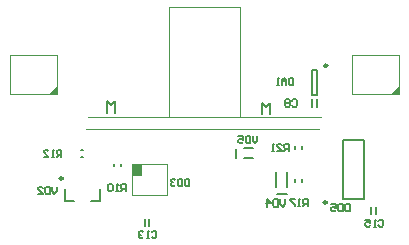
<source format=gbo>
G04*
G04 #@! TF.GenerationSoftware,Altium Limited,Altium Designer,20.1.8 (145)*
G04*
G04 Layer_Color=32896*
%FSTAX43Y43*%
%MOMM*%
G71*
G04*
G04 #@! TF.SameCoordinates,B34475FB-C3A6-4C53-AFA9-1BD6AB5E634D*
G04*
G04*
G04 #@! TF.FilePolarity,Positive*
G04*
G01*
G75*
%ADD11C,0.250*%
%ADD12C,0.200*%
%ADD13C,0.150*%
%ADD14C,0.100*%
%ADD63R,0.900X1.000*%
G36*
X0084008Y0104313D02*
X0084006Y0104311D01*
X0083306D01*
X0083979Y0104984D01*
X0084008D01*
Y0104313D01*
D02*
G37*
G36*
X011296D02*
X0112958Y0104311D01*
X0112258D01*
X0112931Y0104984D01*
X011296D01*
Y0104313D01*
D02*
G37*
D11*
X0084487Y0097144D02*
G03*
X0084487Y0097144I-0000125J0D01*
G01*
X0106887Y0106703D02*
G03*
X0106887Y0106703I-0000125J0D01*
G01*
X0106837Y0095114D02*
G03*
X0106837Y0095114I-0000125J0D01*
G01*
D12*
X0089412Y0098169D02*
Y0098369D01*
X0088812Y0098169D02*
Y0098369D01*
X0084662Y0095244D02*
Y0096244D01*
Y0095244D02*
X0085462D01*
X0087662D02*
Y0096244D01*
X0086862Y0095244D02*
X0087662D01*
X0086012Y0099569D02*
X0086212D01*
X0086012Y0098969D02*
X0086212D01*
X0104112Y0096869D02*
Y0097069D01*
X0104712Y0096869D02*
Y0097069D01*
X0104112Y0099674D02*
Y0099874D01*
X0104712Y0099674D02*
Y0099874D01*
X0108212Y0095369D02*
Y0100369D01*
X0110012Y0095369D02*
Y0100369D01*
X0108212Y0095369D02*
X0110012D01*
X0108212Y0100369D02*
X0110012D01*
D13*
X0099835Y0099694D02*
X0100585D01*
X009981Y0098844D02*
X010056D01*
X0099135D02*
Y0099669D01*
X0091412Y0093085D02*
Y0093685D01*
X0091812Y0093085D02*
Y0093685D01*
X0105612Y0106353D02*
X0106012D01*
X0105612Y0104253D02*
X0106012D01*
Y0106353D01*
X0105612Y0104253D02*
Y0106353D01*
X0106012Y010324D02*
Y010384D01*
X0105612Y010324D02*
Y010384D01*
X0102587Y0095869D02*
X0103462D01*
X0103487Y0096469D02*
Y0097669D01*
X0102537Y0096469D02*
Y0097669D01*
X0110612Y0094169D02*
Y0094769D01*
X0111012Y0094169D02*
Y0094769D01*
X0102012Y0102569D02*
Y0103568D01*
X0101679Y0103235D01*
X0101345Y0103568D01*
Y0102569D01*
X0088937Y0102694D02*
Y0103693D01*
X0088604Y010336D01*
X008827Y0103693D01*
Y0102694D01*
X0100962Y0100719D02*
Y0100319D01*
X0100762Y0100119D01*
X0100562Y0100319D01*
Y0100719D01*
X0100362D02*
Y0100119D01*
X0100062D01*
X0099962Y0100219D01*
Y0100619D01*
X0100062Y0100719D01*
X0100362D01*
X0099362D02*
X0099762D01*
Y0100419D01*
X0099562Y0100519D01*
X0099462D01*
X0099362Y0100419D01*
Y0100219D01*
X0099462Y0100119D01*
X0099662D01*
X0099762Y0100219D01*
X0095212Y0097119D02*
Y0096519D01*
X0094912D01*
X0094812Y0096619D01*
Y0097019D01*
X0094912Y0097119D01*
X0095212D01*
X0094612D02*
Y0096519D01*
X0094312D01*
X0094212Y0096619D01*
Y0097019D01*
X0094312Y0097119D01*
X0094612D01*
X0094012Y0097019D02*
X0093912Y0097119D01*
X0093712D01*
X0093612Y0097019D01*
Y0096919D01*
X0093712Y0096819D01*
X0093812D01*
X0093712D01*
X0093612Y0096719D01*
Y0096619D01*
X0093712Y0096519D01*
X0093912D01*
X0094012Y0096619D01*
X0104012Y0105682D02*
Y0105082D01*
X0103712D01*
X0103612Y0105182D01*
Y0105582D01*
X0103712Y0105682D01*
X0104012D01*
X0103412Y0105082D02*
Y0105482D01*
X0103212Y0105682D01*
X0103012Y0105482D01*
Y0105082D01*
Y0105382D01*
X0103412D01*
X0102812Y0105082D02*
X0102612D01*
X0102712D01*
Y0105682D01*
X0102812Y0105582D01*
X0108812Y0094969D02*
Y0094369D01*
X0108512D01*
X0108412Y0094469D01*
Y0094869D01*
X0108512Y0094969D01*
X0108812D01*
X0108212D02*
Y0094369D01*
X0107912D01*
X0107812Y0094469D01*
Y0094869D01*
X0107912Y0094969D01*
X0108212D01*
X0107212D02*
X0107612D01*
Y0094669D01*
X0107412Y0094769D01*
X0107312D01*
X0107212Y0094669D01*
Y0094469D01*
X0107312Y0094369D01*
X0107512D01*
X0107612Y0094469D01*
X0103912Y010374D02*
X0104012Y010384D01*
X0104212D01*
X0104312Y010374D01*
Y010334D01*
X0104212Y010324D01*
X0104012D01*
X0103912Y010334D01*
X0103712Y010374D02*
X0103612Y010384D01*
X0103412D01*
X0103312Y010374D01*
Y010364D01*
X0103412Y010354D01*
X0103312Y010344D01*
Y010334D01*
X0103412Y010324D01*
X0103612D01*
X0103712Y010334D01*
Y010344D01*
X0103612Y010354D01*
X0103712Y010364D01*
Y010374D01*
X0103612Y010354D02*
X0103412D01*
X0092012Y0092585D02*
X0092112Y0092685D01*
X0092312D01*
X0092412Y0092585D01*
Y0092185D01*
X0092312Y0092085D01*
X0092112D01*
X0092012Y0092185D01*
X0091812Y0092085D02*
X0091612D01*
X0091712D01*
Y0092685D01*
X0091812Y0092585D01*
X0091312D02*
X0091212Y0092685D01*
X0091012D01*
X0090912Y0092585D01*
Y0092485D01*
X0091012Y0092385D01*
X0091112D01*
X0091012D01*
X0090912Y0092285D01*
Y0092185D01*
X0091012Y0092085D01*
X0091212D01*
X0091312Y0092185D01*
X0111212Y0093569D02*
X0111312Y0093669D01*
X0111512D01*
X0111612Y0093569D01*
Y0093169D01*
X0111512Y0093069D01*
X0111312D01*
X0111212Y0093169D01*
X0111012Y0093069D02*
X0110812D01*
X0110912D01*
Y0093669D01*
X0111012Y0093569D01*
X0110112Y0093669D02*
X0110512D01*
Y0093369D01*
X0110312Y0093469D01*
X0110212D01*
X0110112Y0093369D01*
Y0093169D01*
X0110212Y0093069D01*
X0110412D01*
X0110512Y0093169D01*
X0089812Y0096069D02*
Y0096669D01*
X0089512D01*
X0089412Y0096569D01*
Y0096369D01*
X0089512Y0096269D01*
X0089812D01*
X0089612D02*
X0089412Y0096069D01*
X0089212D02*
X0089012D01*
X0089112D01*
Y0096669D01*
X0089212Y0096569D01*
X0088712D02*
X0088612Y0096669D01*
X0088412D01*
X0088312Y0096569D01*
Y0096169D01*
X0088412Y0096069D01*
X0088612D01*
X0088712Y0096169D01*
Y0096569D01*
X0084362Y0098969D02*
Y0099569D01*
X0084062D01*
X0083962Y0099469D01*
Y0099269D01*
X0084062Y0099169D01*
X0084362D01*
X0084162D02*
X0083962Y0098969D01*
X0083762D02*
X0083562D01*
X0083662D01*
Y0099569D01*
X0083762Y0099469D01*
X0082862Y0098969D02*
X0083262D01*
X0082862Y0099369D01*
Y0099469D01*
X0082962Y0099569D01*
X0083162D01*
X0083262Y0099469D01*
X0105212Y0094794D02*
Y0095394D01*
X0104912D01*
X0104812Y0095294D01*
Y0095094D01*
X0104912Y0094994D01*
X0105212D01*
X0105012D02*
X0104812Y0094794D01*
X0104612D02*
X0104412D01*
X0104512D01*
Y0095394D01*
X0104612Y0095294D01*
X0104112Y0095394D02*
X0103712D01*
Y0095294D01*
X0104112Y0094894D01*
Y0094794D01*
X0103612Y0099474D02*
Y0100074D01*
X0103312D01*
X0103212Y0099974D01*
Y0099774D01*
X0103312Y0099674D01*
X0103612D01*
X0103412D02*
X0103212Y0099474D01*
X0102612D02*
X0103012D01*
X0102612Y0099874D01*
Y0099974D01*
X0102712Y0100074D01*
X0102912D01*
X0103012Y0099974D01*
X0102412Y0099474D02*
X0102212D01*
X0102312D01*
Y0100074D01*
X0102412Y0099974D01*
X0103312Y0095369D02*
Y0094969D01*
X0103112Y0094769D01*
X0102912Y0094969D01*
Y0095369D01*
X0102712D02*
Y0094769D01*
X0102412D01*
X0102312Y0094869D01*
Y0095269D01*
X0102412Y0095369D01*
X0102712D01*
X0101812Y0094769D02*
Y0095369D01*
X0102112Y0095069D01*
X0101712D01*
X0083979Y0096469D02*
Y0096069D01*
X0083779Y0095869D01*
X0083579Y0096069D01*
Y0096469D01*
X0083379D02*
Y0095869D01*
X0083079D01*
X0082979Y0095969D01*
Y0096369D01*
X0083079Y0096469D01*
X0083379D01*
X0082379Y0095869D02*
X0082779D01*
X0082379Y0096269D01*
Y0096369D01*
X0082479Y0096469D01*
X0082679D01*
X0082779Y0096369D01*
D14*
X0090312Y0098369D02*
X0093312D01*
Y0095769D02*
Y0098369D01*
X0090312Y0095769D02*
X0093312D01*
X0090312D02*
Y0098369D01*
X0086437Y0101369D02*
X0106212D01*
X0099512Y0102369D02*
Y0111694D01*
X0109004Y0107611D02*
X0112958Y0107612D01*
Y0104286D02*
Y0107612D01*
X0109004Y0104286D02*
Y0107611D01*
Y0104286D02*
X0112958D01*
X0080052Y0107611D02*
X0084006Y0107612D01*
Y0104286D02*
Y0107612D01*
X0080052Y0104286D02*
Y0107611D01*
Y0104286D02*
X0084006D01*
X0086662Y0102369D02*
X0106362D01*
X0093512D02*
X0099512D01*
X0093512D02*
Y0111694D01*
X0099512D01*
D63*
X0090762Y0097869D02*
D03*
M02*

</source>
